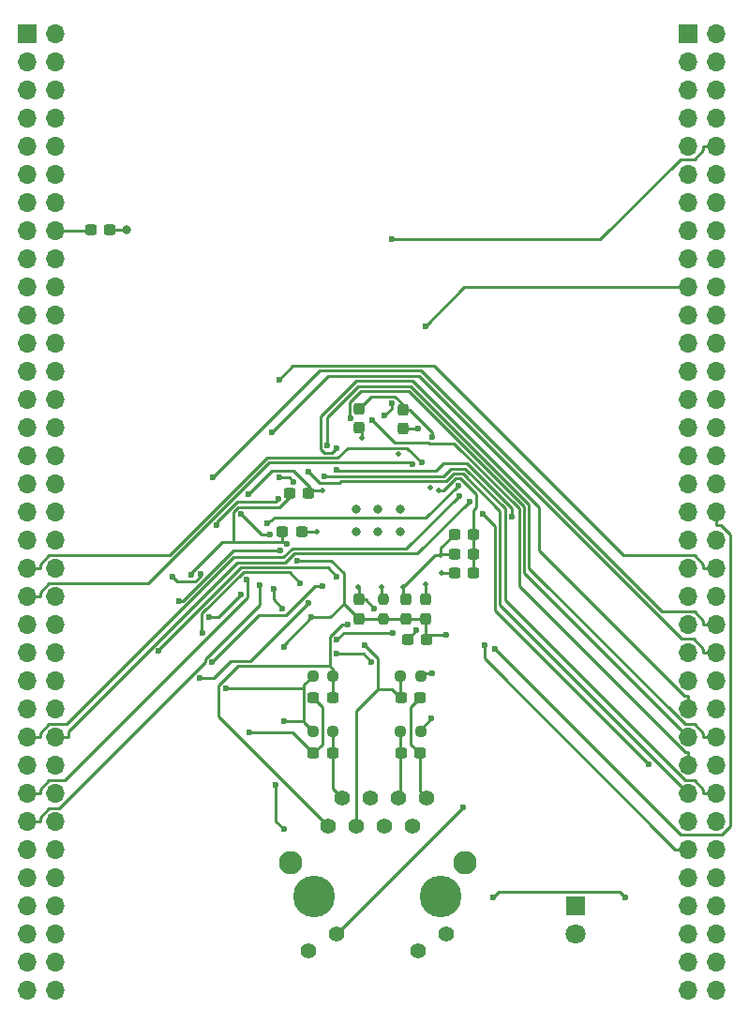
<source format=gbr>
G04 #@! TF.GenerationSoftware,KiCad,Pcbnew,7.0.1-3b83917a11~172~ubuntu22.04.1*
G04 #@! TF.CreationDate,2023-04-09T22:29:48+09:00*
G04 #@! TF.ProjectId,Akashi-13,416b6173-6869-42d3-9133-2e6b69636164,rev?*
G04 #@! TF.SameCoordinates,Original*
G04 #@! TF.FileFunction,Copper,L4,Bot*
G04 #@! TF.FilePolarity,Positive*
%FSLAX46Y46*%
G04 Gerber Fmt 4.6, Leading zero omitted, Abs format (unit mm)*
G04 Created by KiCad (PCBNEW 7.0.1-3b83917a11~172~ubuntu22.04.1) date 2023-04-09 22:29:48*
%MOMM*%
%LPD*%
G01*
G04 APERTURE LIST*
G04 Aperture macros list*
%AMRoundRect*
0 Rectangle with rounded corners*
0 $1 Rounding radius*
0 $2 $3 $4 $5 $6 $7 $8 $9 X,Y pos of 4 corners*
0 Add a 4 corners polygon primitive as box body*
4,1,4,$2,$3,$4,$5,$6,$7,$8,$9,$2,$3,0*
0 Add four circle primitives for the rounded corners*
1,1,$1+$1,$2,$3*
1,1,$1+$1,$4,$5*
1,1,$1+$1,$6,$7*
1,1,$1+$1,$8,$9*
0 Add four rect primitives between the rounded corners*
20,1,$1+$1,$2,$3,$4,$5,0*
20,1,$1+$1,$4,$5,$6,$7,0*
20,1,$1+$1,$6,$7,$8,$9,0*
20,1,$1+$1,$8,$9,$2,$3,0*%
G04 Aperture macros list end*
G04 #@! TA.AperFunction,ComponentPad*
%ADD10R,1.800000X1.800000*%
G04 #@! TD*
G04 #@! TA.AperFunction,ComponentPad*
%ADD11C,1.800000*%
G04 #@! TD*
G04 #@! TA.AperFunction,ComponentPad*
%ADD12C,1.397000*%
G04 #@! TD*
G04 #@! TA.AperFunction,ComponentPad*
%ADD13C,3.759200*%
G04 #@! TD*
G04 #@! TA.AperFunction,ComponentPad*
%ADD14C,2.108200*%
G04 #@! TD*
G04 #@! TA.AperFunction,SMDPad,CuDef*
%ADD15RoundRect,0.237500X-0.250000X-0.237500X0.250000X-0.237500X0.250000X0.237500X-0.250000X0.237500X0*%
G04 #@! TD*
G04 #@! TA.AperFunction,SMDPad,CuDef*
%ADD16RoundRect,0.237500X0.300000X0.237500X-0.300000X0.237500X-0.300000X-0.237500X0.300000X-0.237500X0*%
G04 #@! TD*
G04 #@! TA.AperFunction,SMDPad,CuDef*
%ADD17RoundRect,0.237500X-0.237500X0.300000X-0.237500X-0.300000X0.237500X-0.300000X0.237500X0.300000X0*%
G04 #@! TD*
G04 #@! TA.AperFunction,SMDPad,CuDef*
%ADD18RoundRect,0.237500X0.237500X-0.300000X0.237500X0.300000X-0.237500X0.300000X-0.237500X-0.300000X0*%
G04 #@! TD*
G04 #@! TA.AperFunction,SMDPad,CuDef*
%ADD19RoundRect,0.237500X0.250000X0.237500X-0.250000X0.237500X-0.250000X-0.237500X0.250000X-0.237500X0*%
G04 #@! TD*
G04 #@! TA.AperFunction,SMDPad,CuDef*
%ADD20RoundRect,0.237500X-0.237500X0.250000X-0.237500X-0.250000X0.237500X-0.250000X0.237500X0.250000X0*%
G04 #@! TD*
G04 #@! TA.AperFunction,SMDPad,CuDef*
%ADD21RoundRect,0.237500X-0.300000X-0.237500X0.300000X-0.237500X0.300000X0.237500X-0.300000X0.237500X0*%
G04 #@! TD*
G04 #@! TA.AperFunction,ComponentPad*
%ADD22R,1.700000X1.700000*%
G04 #@! TD*
G04 #@! TA.AperFunction,ComponentPad*
%ADD23O,1.700000X1.700000*%
G04 #@! TD*
G04 #@! TA.AperFunction,ViaPad*
%ADD24C,0.800000*%
G04 #@! TD*
G04 #@! TA.AperFunction,ViaPad*
%ADD25C,0.600000*%
G04 #@! TD*
G04 #@! TA.AperFunction,ViaPad*
%ADD26C,0.500000*%
G04 #@! TD*
G04 #@! TA.AperFunction,Conductor*
%ADD27C,0.250000*%
G04 #@! TD*
G04 APERTURE END LIST*
D10*
X149860000Y-144780000D03*
D11*
X149860000Y-147320000D03*
D12*
X127483000Y-137590000D03*
X128753000Y-135050000D03*
X130023000Y-137590000D03*
X131293000Y-135050000D03*
X132563000Y-137590000D03*
X133833000Y-135050000D03*
X135103000Y-137590000D03*
X136373000Y-135050000D03*
X125730000Y-148840000D03*
X128270000Y-147320000D03*
X135586000Y-148840000D03*
X138126000Y-147320000D03*
D13*
X137643000Y-143940000D03*
X126213000Y-143940000D03*
D14*
X139802998Y-140890000D03*
X124053002Y-140890000D03*
D15*
X126087500Y-124000000D03*
X127912500Y-124000000D03*
D16*
X125730000Y-107500000D03*
X124005000Y-107500000D03*
D17*
X130250000Y-117137500D03*
X130250000Y-118862500D03*
D18*
X130250000Y-101612500D03*
X130250000Y-99887500D03*
D19*
X135825000Y-129000000D03*
X134000000Y-129000000D03*
D20*
X132500000Y-117087500D03*
X132500000Y-118912500D03*
D21*
X134050000Y-126000000D03*
X135775000Y-126000000D03*
X138887500Y-113000000D03*
X140612500Y-113000000D03*
X138887500Y-114750000D03*
X140612500Y-114750000D03*
D16*
X127862500Y-131000000D03*
X126137500Y-131000000D03*
X125095000Y-111000000D03*
X123370000Y-111000000D03*
D21*
X138887500Y-111250000D03*
X140612500Y-111250000D03*
X134637500Y-120750000D03*
X136362500Y-120750000D03*
X106025000Y-83750000D03*
X107750000Y-83750000D03*
D22*
X160020000Y-66040000D03*
D23*
X162560000Y-66040000D03*
X160020000Y-68580000D03*
X162560000Y-68580000D03*
X160020000Y-71120000D03*
X162560000Y-71120000D03*
X160020000Y-73660000D03*
X162560000Y-73660000D03*
X160020000Y-76200000D03*
X162560000Y-76200000D03*
X160020000Y-78740000D03*
X162560000Y-78740000D03*
X160020000Y-81280000D03*
X162560000Y-81280000D03*
X160020000Y-83820000D03*
X162560000Y-83820000D03*
X160020000Y-86360000D03*
X162560000Y-86360000D03*
X160020000Y-88900000D03*
X162560000Y-88900000D03*
X160020000Y-91440000D03*
X162560000Y-91440000D03*
X160020000Y-93980000D03*
X162560000Y-93980000D03*
X160020000Y-96520000D03*
X162560000Y-96520000D03*
X160020000Y-99060000D03*
X162560000Y-99060000D03*
X160020000Y-101600000D03*
X162560000Y-101600000D03*
X160020000Y-104140000D03*
X162560000Y-104140000D03*
X160020000Y-106680000D03*
X162560000Y-106680000D03*
X160020000Y-109220000D03*
X162560000Y-109220000D03*
X160020000Y-111760000D03*
X162560000Y-111760000D03*
X160020000Y-114300000D03*
X162560000Y-114300000D03*
X160020000Y-116840000D03*
X162560000Y-116840000D03*
X160020000Y-119380000D03*
X162560000Y-119380000D03*
X160020000Y-121920000D03*
X162560000Y-121920000D03*
X160020000Y-124460000D03*
X162560000Y-124460000D03*
X160020000Y-127000000D03*
X162560000Y-127000000D03*
X160020000Y-129540000D03*
X162560000Y-129540000D03*
X160020000Y-132080000D03*
X162560000Y-132080000D03*
X160020000Y-134620000D03*
X162560000Y-134620000D03*
X160020000Y-137160000D03*
X162560000Y-137160000D03*
X160020000Y-139700000D03*
X162560000Y-139700000D03*
X160020000Y-142240000D03*
X162560000Y-142240000D03*
X160020000Y-144780000D03*
X162560000Y-144780000D03*
X160020000Y-147320000D03*
X162560000Y-147320000D03*
X160020000Y-149860000D03*
X162560000Y-149860000D03*
X160020000Y-152400000D03*
X162560000Y-152400000D03*
D21*
X134050000Y-131000000D03*
X135775000Y-131000000D03*
D19*
X135825000Y-124000000D03*
X134000000Y-124000000D03*
D16*
X127862500Y-126000000D03*
X126137500Y-126000000D03*
D17*
X134500000Y-117137500D03*
X134500000Y-118862500D03*
X136250000Y-117137500D03*
X136250000Y-118862500D03*
D15*
X126087500Y-129000000D03*
X127912500Y-129000000D03*
D18*
X134250000Y-101725000D03*
X134250000Y-100000000D03*
D22*
X100310000Y-66040000D03*
D23*
X102850000Y-66040000D03*
X100310000Y-68580000D03*
X102850000Y-68580000D03*
X100310000Y-71120000D03*
X102850000Y-71120000D03*
X100310000Y-73660000D03*
X102850000Y-73660000D03*
X100310000Y-76200000D03*
X102850000Y-76200000D03*
X100310000Y-78740000D03*
X102850000Y-78740000D03*
X100310000Y-81280000D03*
X102850000Y-81280000D03*
X100310000Y-83820000D03*
X102850000Y-83820000D03*
X100310000Y-86360000D03*
X102850000Y-86360000D03*
X100310000Y-88900000D03*
X102850000Y-88900000D03*
X100310000Y-91440000D03*
X102850000Y-91440000D03*
X100310000Y-93980000D03*
X102850000Y-93980000D03*
X100310000Y-96520000D03*
X102850000Y-96520000D03*
X100310000Y-99060000D03*
X102850000Y-99060000D03*
X100310000Y-101600000D03*
X102850000Y-101600000D03*
X100310000Y-104140000D03*
X102850000Y-104140000D03*
X100310000Y-106680000D03*
X102850000Y-106680000D03*
X100310000Y-109220000D03*
X102850000Y-109220000D03*
X100310000Y-111760000D03*
X102850000Y-111760000D03*
X100310000Y-114300000D03*
X102850000Y-114300000D03*
X100310000Y-116840000D03*
X102850000Y-116840000D03*
X100310000Y-119380000D03*
X102850000Y-119380000D03*
X100310000Y-121920000D03*
X102850000Y-121920000D03*
X100310000Y-124460000D03*
X102850000Y-124460000D03*
X100310000Y-127000000D03*
X102850000Y-127000000D03*
X100310000Y-129540000D03*
X102850000Y-129540000D03*
X100310000Y-132080000D03*
X102850000Y-132080000D03*
X100310000Y-134620000D03*
X102850000Y-134620000D03*
X100310000Y-137160000D03*
X102850000Y-137160000D03*
X100310000Y-139700000D03*
X102850000Y-139700000D03*
X100310000Y-142240000D03*
X102850000Y-142240000D03*
X100310000Y-144780000D03*
X102850000Y-144780000D03*
X100310000Y-147320000D03*
X102850000Y-147320000D03*
X100310000Y-149860000D03*
X102850000Y-149860000D03*
X100310000Y-152400000D03*
X102850000Y-152400000D03*
D24*
X134000000Y-109000000D03*
X130000000Y-111000000D03*
X132000000Y-111000000D03*
X134000000Y-111000000D03*
X132000000Y-109000000D03*
X130000000Y-109000000D03*
D25*
X130810000Y-121230700D03*
X116975700Y-122801400D03*
X126974300Y-115898900D03*
D24*
X109250000Y-83750000D03*
D25*
X125994200Y-118747000D03*
D26*
X137500000Y-107250000D03*
D25*
X123523500Y-121377600D03*
X136880200Y-102414100D03*
X120358100Y-129124100D03*
X138171000Y-120340200D03*
D26*
X136750000Y-107010000D03*
D25*
X123760200Y-112107300D03*
X124684500Y-113587800D03*
X115136300Y-114890800D03*
X129272500Y-119396400D03*
X139304781Y-107804781D03*
X140233300Y-108267000D03*
X120113700Y-115300900D03*
X121285000Y-115807900D03*
X132573400Y-100529400D03*
X133206200Y-84589600D03*
X133206200Y-99393900D03*
X142523600Y-121606000D03*
X156402700Y-131988900D03*
X141453100Y-109371900D03*
X123057500Y-97252600D03*
X123057500Y-106127300D03*
X124379200Y-106517300D03*
X122956200Y-108030900D03*
X117381100Y-110451500D03*
X117088600Y-106075900D03*
X122210700Y-111252000D03*
X119637300Y-109432700D03*
X122401800Y-102002700D03*
X128206700Y-105400300D03*
X144092000Y-109646400D03*
X139227000Y-106844100D03*
X122000000Y-110250000D03*
X128230700Y-103496300D03*
X129511600Y-100764900D03*
X127410300Y-103224100D03*
X131445000Y-100965000D03*
X125684200Y-105549800D03*
X127137800Y-105968100D03*
X141605000Y-121285000D03*
X128270000Y-115039200D03*
X112189000Y-121778900D03*
X136805400Y-127889000D03*
X135447700Y-119889800D03*
D26*
X133824000Y-104000000D03*
D25*
X131671400Y-117947600D03*
D26*
X136250000Y-115750000D03*
D25*
X118247500Y-125157000D03*
X123502800Y-137863700D03*
D26*
X130500000Y-102500000D03*
D25*
X136857700Y-123750500D03*
X120249900Y-107649600D03*
X154281600Y-144046700D03*
D26*
X137750000Y-114750000D03*
D25*
X142354800Y-144049200D03*
X135583000Y-101652000D03*
X123502800Y-128074100D03*
D26*
X127000000Y-107315000D03*
D25*
X122761100Y-133874100D03*
D26*
X130200000Y-115994000D03*
X126500000Y-111000000D03*
D25*
X122568500Y-116198800D03*
X128275200Y-122045400D03*
X123374700Y-117913900D03*
X131348800Y-122736500D03*
D26*
X137669000Y-113084000D03*
X134250000Y-116000000D03*
D25*
X139700000Y-135890000D03*
X128275200Y-120769300D03*
X133350000Y-120121500D03*
X113421300Y-115049400D03*
X115936500Y-114804300D03*
X123193600Y-112672300D03*
X114042000Y-117294600D03*
X116099300Y-120114200D03*
X124981500Y-115624300D03*
D26*
X132324000Y-116000000D03*
D25*
X119611700Y-116650000D03*
X116709200Y-118721500D03*
X115854500Y-124206100D03*
X125744400Y-117426400D03*
X135917700Y-104758600D03*
X135117500Y-104893700D03*
X136255100Y-92429900D03*
D27*
X134025000Y-125975000D02*
X134000000Y-125950000D01*
X131973900Y-125209500D02*
X131973900Y-122394600D01*
X130023000Y-127160400D02*
X130023000Y-137590000D01*
X134050000Y-126000000D02*
X134025000Y-125975000D01*
X131973900Y-125209500D02*
X130023000Y-127160400D01*
X131973900Y-122394600D02*
X130810000Y-121230700D01*
X133259500Y-125209500D02*
X131973900Y-125209500D01*
X134000000Y-125950000D02*
X134000000Y-124000000D01*
X134025000Y-125975000D02*
X133259500Y-125209500D01*
X121238100Y-118539000D02*
X116975700Y-122801400D01*
X123633600Y-118539000D02*
X121238100Y-118539000D01*
X126273700Y-115898900D02*
X123633600Y-118539000D01*
X126974300Y-115898900D02*
X126273700Y-115898900D01*
X135775000Y-131000000D02*
X134967400Y-130192400D01*
X119391800Y-108794200D02*
X123115300Y-108794200D01*
X128895200Y-114751300D02*
X127731800Y-113587900D01*
X137500000Y-107250000D02*
X137936900Y-107250000D01*
X115136300Y-114890800D02*
X115136300Y-114720500D01*
X138992900Y-106194000D02*
X139461300Y-106194000D01*
X118964200Y-111937200D02*
X123370000Y-111937200D01*
X134967400Y-130192400D02*
X134967400Y-126807600D01*
X126945100Y-130192400D02*
X126945100Y-126807600D01*
X140612500Y-109050200D02*
X140612500Y-111250000D01*
X118964200Y-111937200D02*
X118964200Y-109221800D01*
X136362500Y-120340200D02*
X136362500Y-120750000D01*
X128895200Y-117507700D02*
X128895200Y-114751300D01*
X123523500Y-121217700D02*
X123523500Y-121377600D01*
X132500000Y-118912500D02*
X134450000Y-118912500D01*
X136373000Y-135050000D02*
X135775000Y-134452000D01*
X107750000Y-83750000D02*
X109250000Y-83750000D01*
X123370000Y-111937200D02*
X123590100Y-111937200D01*
X125994200Y-118747000D02*
X123523500Y-121217700D01*
X132450000Y-118862500D02*
X132500000Y-118912500D01*
X134250000Y-99525000D02*
X134250000Y-100000000D01*
X117919600Y-111937200D02*
X118964200Y-111937200D01*
X130250000Y-99887500D02*
X131368700Y-98768800D01*
X133493800Y-98768800D02*
X134250000Y-99525000D01*
X128895200Y-117507700D02*
X130250000Y-118862500D01*
X140612500Y-113000000D02*
X140612500Y-114750000D01*
X136362500Y-120340200D02*
X138171000Y-120340200D01*
X134967400Y-126807600D02*
X135775000Y-126000000D01*
X115136300Y-114720500D02*
X117919600Y-111937200D01*
X140867900Y-107600600D02*
X140867900Y-108794800D01*
X135775000Y-134452000D02*
X135775000Y-131000000D01*
X134821500Y-100000000D02*
X134250000Y-100000000D01*
X118964200Y-109221800D02*
X119391800Y-108794200D01*
X130250000Y-118862500D02*
X132450000Y-118862500D01*
X136880200Y-102414100D02*
X136880200Y-102058700D01*
X127731800Y-113587900D02*
X124684500Y-113587900D01*
X131368700Y-98768800D02*
X133493800Y-98768800D01*
X124684500Y-113587900D02*
X124684500Y-113587800D01*
X123590100Y-111937200D02*
X123760200Y-112107300D01*
X126945100Y-126807600D02*
X126137500Y-126000000D01*
X124261600Y-129124100D02*
X126137500Y-131000000D01*
X136250000Y-120227700D02*
X136362500Y-120340200D01*
X128895200Y-117507700D02*
X127655900Y-118747000D01*
X123115300Y-108794200D02*
X124005000Y-107904500D01*
X136880200Y-102058700D02*
X134821500Y-100000000D01*
X127655900Y-118747000D02*
X125994200Y-118747000D01*
X120358100Y-129124100D02*
X124261600Y-129124100D01*
X137936900Y-107250000D02*
X138992900Y-106194000D01*
X139461300Y-106194000D02*
X140867900Y-107600600D01*
X136250000Y-118862500D02*
X136250000Y-120227700D01*
X134500000Y-118862500D02*
X136250000Y-118862500D01*
X134450000Y-118912500D02*
X134500000Y-118862500D01*
X140867900Y-108794800D02*
X140612500Y-109050200D01*
X123370000Y-111000000D02*
X123370000Y-111937200D01*
X124005000Y-107904500D02*
X124005000Y-107500000D01*
X126137500Y-131000000D02*
X126945100Y-130192400D01*
X140612500Y-111250000D02*
X140612500Y-113000000D01*
X127912500Y-123408900D02*
X127912500Y-124000000D01*
X127650100Y-123146500D02*
X127912500Y-123408900D01*
X119365700Y-123146500D02*
X127650100Y-123146500D01*
X129272500Y-119396400D02*
X128764100Y-119396400D01*
X127483000Y-137590000D02*
X117612200Y-127719200D01*
X127912500Y-125950000D02*
X127912500Y-124000000D01*
X117612200Y-124900000D02*
X119365700Y-123146500D01*
X117612200Y-127719200D02*
X117612200Y-124900000D01*
X127650100Y-120510400D02*
X127650100Y-123146500D01*
X127862500Y-126000000D02*
X127912500Y-125950000D01*
X128764100Y-119396400D02*
X127650100Y-120510400D01*
X101485100Y-129540000D02*
X100310000Y-129540000D01*
X134502400Y-112512600D02*
X124239100Y-112512600D01*
X123438900Y-113312800D02*
X118948800Y-113312800D01*
X103896700Y-128364900D02*
X102292900Y-128364900D01*
X118948800Y-113312800D02*
X103896700Y-128364900D01*
X101485100Y-129172700D02*
X101485100Y-129540000D01*
X102292900Y-128364900D02*
X101485100Y-129172700D01*
X139304781Y-107804781D02*
X134502400Y-112512600D01*
X124239100Y-112512600D02*
X123438900Y-113312800D01*
X102850000Y-129540000D02*
X104025100Y-129540000D01*
X119302000Y-113762900D02*
X104025100Y-129039800D01*
X140233300Y-108267000D02*
X135537600Y-112962700D01*
X124425700Y-112962700D02*
X123625500Y-113762900D01*
X123625500Y-113762900D02*
X119302000Y-113762900D01*
X135537600Y-112962700D02*
X124425700Y-112962700D01*
X104025100Y-129039800D02*
X104025100Y-129540000D01*
X102292900Y-133444900D02*
X103700900Y-133444900D01*
X103700900Y-133444900D02*
X120236800Y-116909000D01*
X100310000Y-134620000D02*
X101485100Y-134620000D01*
X120236800Y-115424000D02*
X120113700Y-115300900D01*
X101485100Y-134620000D02*
X101485100Y-134252700D01*
X120236800Y-116909000D02*
X120236800Y-115424000D01*
X101485100Y-134252700D02*
X102292900Y-133444900D01*
X102292900Y-135984900D02*
X101485100Y-136792700D01*
X103166200Y-135984900D02*
X102292900Y-135984900D01*
X116350600Y-122542500D02*
X116350600Y-122800500D01*
X121285000Y-117608100D02*
X116350600Y-122542500D01*
X100310000Y-137160000D02*
X101485100Y-137160000D01*
X121285000Y-115807900D02*
X121285000Y-117608100D01*
X101485100Y-136792700D02*
X101485100Y-137160000D01*
X116350600Y-122800500D02*
X103166200Y-135984900D01*
X134025000Y-131000000D02*
X134025000Y-134858000D01*
X134050000Y-131000000D02*
X134025000Y-131000000D01*
X134000000Y-129000000D02*
X134000000Y-130975000D01*
X134000000Y-130975000D02*
X134025000Y-131000000D01*
X134025000Y-134858000D02*
X133833000Y-135050000D01*
X161384900Y-76200000D02*
X161384900Y-76567300D01*
X132573400Y-100529400D02*
X133206200Y-99896600D01*
X159274900Y-77375100D02*
X152060400Y-84589600D01*
X152060400Y-84589600D02*
X133206200Y-84589600D01*
X133206200Y-99896600D02*
X133206200Y-99393900D01*
X160577100Y-77375100D02*
X159274900Y-77375100D01*
X161384900Y-76567300D02*
X160577100Y-77375100D01*
X162560000Y-76200000D02*
X161384900Y-76200000D01*
X127912500Y-129000000D02*
X127912500Y-130975000D01*
X127862500Y-131000000D02*
X127887500Y-131000000D01*
X127912500Y-130975000D02*
X127887500Y-131000000D01*
X127887500Y-131000000D02*
X127887500Y-134184500D01*
X127887500Y-134184500D02*
X128753000Y-135050000D01*
X163026500Y-138375300D02*
X159292900Y-138375300D01*
X162927200Y-110395100D02*
X163788300Y-111256200D01*
X163788300Y-137613500D02*
X163026500Y-138375300D01*
X162560000Y-109220000D02*
X162560000Y-110395100D01*
X159292900Y-138375300D02*
X142523600Y-121606000D01*
X163788300Y-111256200D02*
X163788300Y-137613500D01*
X162560000Y-110395100D02*
X162927200Y-110395100D01*
X142566500Y-118152700D02*
X142566500Y-110485300D01*
X142566500Y-110485300D02*
X141453100Y-109371900D01*
X156402700Y-131988900D02*
X142566500Y-118152700D01*
X162560000Y-114300000D02*
X161384900Y-114300000D01*
X160577100Y-113124900D02*
X154123000Y-113124900D01*
X124298700Y-96011400D02*
X123057500Y-97252600D01*
X137009500Y-96011400D02*
X124298700Y-96011400D01*
X123057500Y-106127300D02*
X123989200Y-106127300D01*
X161384900Y-114300000D02*
X161384900Y-113932700D01*
X123989200Y-106127300D02*
X124379200Y-106517300D01*
X154123000Y-113124900D02*
X137009500Y-96011400D01*
X161384900Y-113932700D02*
X160577100Y-113124900D01*
X161384900Y-119380000D02*
X161384900Y-119012700D01*
X117381100Y-110168300D02*
X119274700Y-108274700D01*
X119274700Y-108274700D02*
X122712400Y-108274700D01*
X157603700Y-118204900D02*
X135860300Y-96461500D01*
X162560000Y-119380000D02*
X161384900Y-119380000D01*
X122712400Y-108274700D02*
X122956200Y-108030900D01*
X135860300Y-96461500D02*
X126703000Y-96461500D01*
X126703000Y-96461500D02*
X117088600Y-106075900D01*
X161384900Y-119012700D02*
X160577100Y-118204900D01*
X117381100Y-110451500D02*
X117381100Y-110168300D01*
X160577100Y-118204900D02*
X157603700Y-118204900D01*
X119637300Y-109432700D02*
X121456600Y-111252000D01*
X121456600Y-111252000D02*
X122210700Y-111252000D01*
X159412200Y-120650000D02*
X135673800Y-96911600D01*
X127492900Y-96911600D02*
X122401800Y-102002700D01*
X135673800Y-96911600D02*
X127492900Y-96911600D01*
X161384900Y-121920000D02*
X161384900Y-121554800D01*
X161384900Y-121554800D02*
X160480100Y-120650000D01*
X162560000Y-121920000D02*
X161384900Y-121920000D01*
X160480100Y-120650000D02*
X159412200Y-120650000D01*
X140020800Y-104843700D02*
X137892100Y-104843700D01*
X137216900Y-105518900D02*
X128325300Y-105518900D01*
X137892100Y-104843700D02*
X137216900Y-105518900D01*
X128325300Y-105518900D02*
X128206700Y-105400300D01*
X144092000Y-108914900D02*
X140020800Y-104843700D01*
X144092000Y-109646400D02*
X144092000Y-108914900D01*
X122664400Y-109745600D02*
X136325500Y-109745600D01*
X136325500Y-109745600D02*
X139227000Y-106844100D01*
X122000000Y-110250000D02*
X122664400Y-109745600D01*
X129994500Y-97412700D02*
X135140500Y-97412700D01*
X127113800Y-103874900D02*
X126778300Y-103539400D01*
X126778300Y-100628900D02*
X129994500Y-97412700D01*
X159654700Y-125824900D02*
X160020000Y-125824900D01*
X128230700Y-103496300D02*
X127852100Y-103874900D01*
X135140500Y-97412700D02*
X146538000Y-108810200D01*
X146538000Y-108810200D02*
X146538000Y-112708200D01*
X127852100Y-103874900D02*
X127113800Y-103874900D01*
X126778300Y-103539400D02*
X126778300Y-100628900D01*
X146538000Y-112708200D02*
X159654700Y-125824900D01*
X160020000Y-127000000D02*
X160020000Y-125824900D01*
X130484000Y-98318700D02*
X129448700Y-99354000D01*
X145167200Y-108716900D02*
X134769000Y-98318700D01*
X160020000Y-129540000D02*
X145167200Y-114687200D01*
X145167200Y-114687200D02*
X145167200Y-108716900D01*
X129448700Y-99354000D02*
X129448700Y-100702000D01*
X129448700Y-100702000D02*
X129511600Y-100764900D01*
X134769000Y-98318700D02*
X130484000Y-98318700D01*
X159707600Y-128364900D02*
X160577100Y-128364900D01*
X145617300Y-108530400D02*
X145617300Y-114274600D01*
X130224500Y-97868600D02*
X134955500Y-97868600D01*
X160577100Y-128364900D02*
X161384900Y-129172700D01*
X134955500Y-97868600D02*
X145617300Y-108530400D01*
X162560000Y-129540000D02*
X161384900Y-129540000D01*
X145617300Y-114274600D02*
X159707600Y-128364900D01*
X127410300Y-103224100D02*
X127410300Y-100682800D01*
X161384900Y-129172700D02*
X161384900Y-129540000D01*
X127410300Y-100682800D02*
X130224500Y-97868600D01*
X160020000Y-132080000D02*
X160020000Y-130904900D01*
X144717100Y-115917400D02*
X144717100Y-108903400D01*
X160020000Y-130904900D02*
X159704600Y-130904900D01*
X136621300Y-103039200D02*
X136556700Y-102974600D01*
X136556700Y-102974600D02*
X133454600Y-102974600D01*
X144717100Y-108903400D02*
X138852900Y-103039200D01*
X159704600Y-130904900D02*
X144717100Y-115917400D01*
X138852900Y-103039200D02*
X136621300Y-103039200D01*
X133454600Y-102974600D02*
X131445000Y-100965000D01*
X126728600Y-106594200D02*
X128533500Y-106594200D01*
X143016700Y-117616700D02*
X160020000Y-134620000D01*
X143016700Y-109112800D02*
X143016700Y-117616700D01*
X138114900Y-106419100D02*
X138790100Y-105743900D01*
X139647800Y-105743900D02*
X143016700Y-109112800D01*
X128708600Y-106419100D02*
X138114900Y-106419100D01*
X125684200Y-105549800D02*
X126728600Y-106594200D01*
X138790100Y-105743900D02*
X139647800Y-105743900D01*
X128533500Y-106594200D02*
X128708600Y-106419100D01*
X128522100Y-105969000D02*
X137928400Y-105969000D01*
X160577100Y-133444900D02*
X161384900Y-134252700D01*
X137928400Y-105969000D02*
X138603600Y-105293800D01*
X159703800Y-133444900D02*
X160577100Y-133444900D01*
X143466800Y-108926300D02*
X143466800Y-117207900D01*
X127137800Y-105968100D02*
X127195100Y-106025400D01*
X162560000Y-134620000D02*
X161384900Y-134620000D01*
X138603600Y-105293800D02*
X139834300Y-105293800D01*
X161384900Y-134252700D02*
X161384900Y-134620000D01*
X139834300Y-105293800D02*
X143466800Y-108926300D01*
X128465700Y-106025400D02*
X128522100Y-105969000D01*
X143466800Y-117207900D02*
X159703800Y-133444900D01*
X127195100Y-106025400D02*
X128465700Y-106025400D01*
X141605000Y-121285000D02*
X141605000Y-122460100D01*
X160020000Y-139700000D02*
X158844900Y-139700000D01*
X141605000Y-122460100D02*
X158844900Y-139700000D01*
X128270000Y-115039200D02*
X127443800Y-114213000D01*
X112189000Y-121664100D02*
X112189000Y-121778900D01*
X127443800Y-114213000D02*
X119640100Y-114213000D01*
X119640100Y-114213000D02*
X112189000Y-121664100D01*
X125255100Y-128074100D02*
X125255100Y-128167600D01*
X136805400Y-127889000D02*
X135825000Y-128869400D01*
X137750000Y-114750000D02*
X138887500Y-114750000D01*
X102850000Y-83820000D02*
X105955000Y-83820000D01*
X134637500Y-120700000D02*
X134637500Y-120750000D01*
X125255100Y-128074100D02*
X123502800Y-128074100D01*
X136074500Y-123750500D02*
X135825000Y-124000000D01*
X142354800Y-144049200D02*
X142849200Y-143554800D01*
X130250000Y-116044000D02*
X130250000Y-117137500D01*
X130250000Y-117137500D02*
X130861300Y-117137500D01*
X153789700Y-143554800D02*
X154281600Y-144046700D01*
X127000000Y-107315000D02*
X125915000Y-107315000D01*
X130500000Y-102500000D02*
X130500000Y-101862500D01*
X122761100Y-137122000D02*
X123502800Y-137863700D01*
X135825000Y-128869400D02*
X135825000Y-129000000D01*
X136250000Y-115750000D02*
X136250000Y-117137500D01*
X142849200Y-143554800D02*
X153789700Y-143554800D01*
X126087500Y-124000000D02*
X125255100Y-124832400D01*
X125255100Y-125157000D02*
X125255100Y-128074100D01*
X130861300Y-117137500D02*
X131671400Y-117947600D01*
X122403800Y-105495700D02*
X120249900Y-107649600D01*
X118247500Y-125157000D02*
X125255100Y-125157000D01*
X135447700Y-119889800D02*
X134637500Y-120700000D01*
X125915000Y-107315000D02*
X125730000Y-107500000D01*
X125255100Y-124832400D02*
X125255100Y-125157000D01*
X124366900Y-105495700D02*
X122403800Y-105495700D01*
X136857700Y-123750500D02*
X136074500Y-123750500D01*
X135583000Y-101652000D02*
X134323000Y-101652000D01*
X130500000Y-101862500D02*
X130250000Y-101612500D01*
X125915000Y-107315000D02*
X125915000Y-107043800D01*
X134323000Y-101652000D02*
X134250000Y-101725000D01*
X125915000Y-107043800D02*
X124366900Y-105495700D01*
X130200000Y-115994000D02*
X130250000Y-116044000D01*
X122761100Y-133874100D02*
X122761100Y-137122000D01*
X125255100Y-128167600D02*
X126087500Y-129000000D01*
X105955000Y-83820000D02*
X106025000Y-83750000D01*
X134250000Y-116000000D02*
X137166000Y-113084000D01*
X138887500Y-113000000D02*
X137753000Y-113000000D01*
X125095000Y-111000000D02*
X126500000Y-111000000D01*
X130657700Y-122045400D02*
X131348800Y-122736500D01*
X134500000Y-117137500D02*
X134250000Y-116887500D01*
X134250000Y-116887500D02*
X134250000Y-116000000D01*
X137669000Y-112468500D02*
X137669000Y-113084000D01*
X123374700Y-117913900D02*
X122568500Y-117107700D01*
X137166000Y-113084000D02*
X137669000Y-113084000D01*
X128275200Y-122045400D02*
X130657700Y-122045400D01*
X122568500Y-117107700D02*
X122568500Y-116198800D01*
X138887500Y-111250000D02*
X137669000Y-112468500D01*
X137753000Y-113000000D02*
X137669000Y-113084000D01*
X128270000Y-147320000D02*
X139700000Y-135890000D01*
X128275200Y-120769300D02*
X128923000Y-120121500D01*
X128923000Y-120121500D02*
X133350000Y-120121500D01*
X115936500Y-115051900D02*
X115472400Y-115516000D01*
X113887900Y-115516000D02*
X113421300Y-115049400D01*
X115936500Y-114804300D02*
X115936500Y-115051900D01*
X115472400Y-115516000D02*
X113887900Y-115516000D01*
X114330400Y-117294600D02*
X114042000Y-117294600D01*
X123193600Y-112672300D02*
X118952700Y-112672300D01*
X118952700Y-112672300D02*
X114330400Y-117294600D01*
X119826500Y-114663100D02*
X124020300Y-114663100D01*
X124020300Y-114663100D02*
X124981500Y-115624300D01*
X116099300Y-120114200D02*
X116080200Y-120095100D01*
X116080200Y-120095100D02*
X116080200Y-118409400D01*
X116080200Y-118409400D02*
X119826500Y-114663100D01*
X132500000Y-117087500D02*
X132324000Y-116911500D01*
X132324000Y-116911500D02*
X132324000Y-116000000D01*
X116709200Y-118721500D02*
X117540200Y-118721500D01*
X117540200Y-118721500D02*
X119611700Y-116650000D01*
X120477700Y-122693100D02*
X118641900Y-122693100D01*
X118641900Y-122693100D02*
X117128900Y-124206100D01*
X117128900Y-124206100D02*
X115854500Y-124206100D01*
X125744400Y-117426400D02*
X120477700Y-122693100D01*
X134583900Y-103424800D02*
X129253000Y-103424800D01*
X100310000Y-114300000D02*
X101485100Y-114300000D01*
X113151400Y-113124900D02*
X102292900Y-113124900D01*
X102292900Y-113124900D02*
X101485100Y-113932700D01*
X121951300Y-104325000D02*
X113151400Y-113124900D01*
X128352800Y-104325000D02*
X121951300Y-104325000D01*
X101485100Y-113932700D02*
X101485100Y-114300000D01*
X129253000Y-103424800D02*
X128352800Y-104325000D01*
X135917700Y-104758600D02*
X134583900Y-103424800D01*
X134998900Y-104775100D02*
X122137800Y-104775100D01*
X135117500Y-104893700D02*
X134998900Y-104775100D01*
X101485100Y-116472700D02*
X101485100Y-116840000D01*
X122137800Y-104775100D02*
X111248000Y-115664900D01*
X111248000Y-115664900D02*
X102292900Y-115664900D01*
X100310000Y-116840000D02*
X101485100Y-116840000D01*
X102292900Y-115664900D02*
X101485100Y-116472700D01*
X160020000Y-88900000D02*
X139785000Y-88900000D01*
X139785000Y-88900000D02*
X136255100Y-92429900D01*
M02*

</source>
